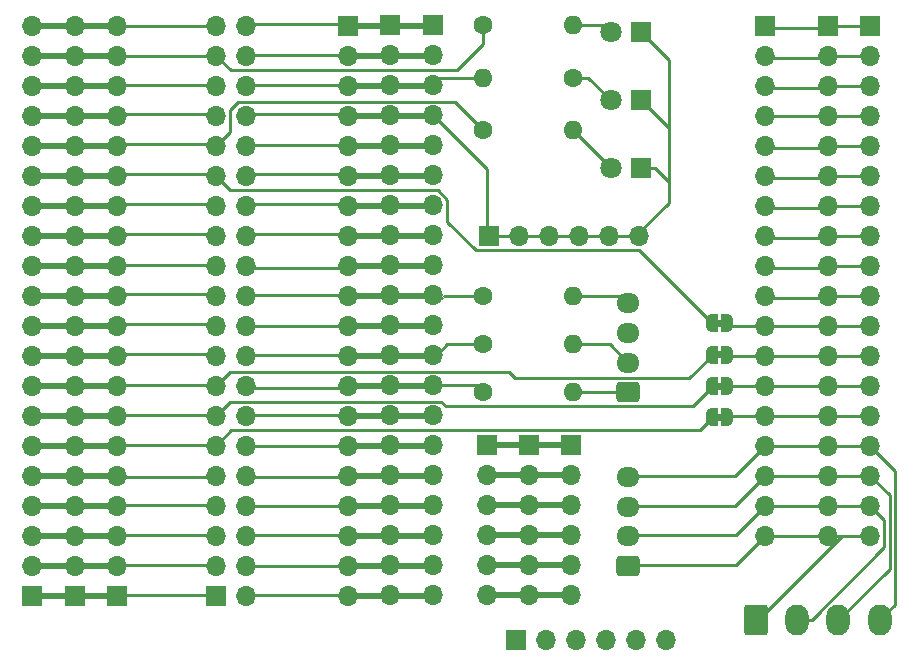
<source format=gbr>
%TF.GenerationSoftware,KiCad,Pcbnew,7.0.5-0*%
%TF.CreationDate,2023-10-01T14:39:09-07:00*%
%TF.ProjectId,FONA_pi,464f4e41-5f70-4692-9e6b-696361645f70,rev?*%
%TF.SameCoordinates,Original*%
%TF.FileFunction,Copper,L1,Top*%
%TF.FilePolarity,Positive*%
%FSLAX46Y46*%
G04 Gerber Fmt 4.6, Leading zero omitted, Abs format (unit mm)*
G04 Created by KiCad (PCBNEW 7.0.5-0) date 2023-10-01 14:39:09*
%MOMM*%
%LPD*%
G01*
G04 APERTURE LIST*
G04 Aperture macros list*
%AMRoundRect*
0 Rectangle with rounded corners*
0 $1 Rounding radius*
0 $2 $3 $4 $5 $6 $7 $8 $9 X,Y pos of 4 corners*
0 Add a 4 corners polygon primitive as box body*
4,1,4,$2,$3,$4,$5,$6,$7,$8,$9,$2,$3,0*
0 Add four circle primitives for the rounded corners*
1,1,$1+$1,$2,$3*
1,1,$1+$1,$4,$5*
1,1,$1+$1,$6,$7*
1,1,$1+$1,$8,$9*
0 Add four rect primitives between the rounded corners*
20,1,$1+$1,$2,$3,$4,$5,0*
20,1,$1+$1,$4,$5,$6,$7,0*
20,1,$1+$1,$6,$7,$8,$9,0*
20,1,$1+$1,$8,$9,$2,$3,0*%
%AMFreePoly0*
4,1,19,0.500000,-0.750000,0.000000,-0.750000,0.000000,-0.744911,-0.071157,-0.744911,-0.207708,-0.704816,-0.327430,-0.627875,-0.420627,-0.520320,-0.479746,-0.390866,-0.500000,-0.250000,-0.500000,0.250000,-0.479746,0.390866,-0.420627,0.520320,-0.327430,0.627875,-0.207708,0.704816,-0.071157,0.744911,0.000000,0.744911,0.000000,0.750000,0.500000,0.750000,0.500000,-0.750000,0.500000,-0.750000,
$1*%
%AMFreePoly1*
4,1,19,0.000000,0.744911,0.071157,0.744911,0.207708,0.704816,0.327430,0.627875,0.420627,0.520320,0.479746,0.390866,0.500000,0.250000,0.500000,-0.250000,0.479746,-0.390866,0.420627,-0.520320,0.327430,-0.627875,0.207708,-0.704816,0.071157,-0.744911,0.000000,-0.744911,0.000000,-0.750000,-0.500000,-0.750000,-0.500000,0.750000,0.000000,0.750000,0.000000,0.744911,0.000000,0.744911,
$1*%
G04 Aperture macros list end*
%TA.AperFunction,ComponentPad*%
%ADD10R,1.700000X1.700000*%
%TD*%
%TA.AperFunction,ComponentPad*%
%ADD11O,1.700000X1.700000*%
%TD*%
%TA.AperFunction,ComponentPad*%
%ADD12C,1.600000*%
%TD*%
%TA.AperFunction,ComponentPad*%
%ADD13O,1.600000X1.600000*%
%TD*%
%TA.AperFunction,SMDPad,CuDef*%
%ADD14FreePoly0,180.000000*%
%TD*%
%TA.AperFunction,SMDPad,CuDef*%
%ADD15FreePoly1,180.000000*%
%TD*%
%TA.AperFunction,ComponentPad*%
%ADD16R,1.800000X1.800000*%
%TD*%
%TA.AperFunction,ComponentPad*%
%ADD17C,1.800000*%
%TD*%
%TA.AperFunction,ComponentPad*%
%ADD18RoundRect,0.250000X0.725000X-0.600000X0.725000X0.600000X-0.725000X0.600000X-0.725000X-0.600000X0*%
%TD*%
%TA.AperFunction,ComponentPad*%
%ADD19O,1.950000X1.700000*%
%TD*%
%TA.AperFunction,ComponentPad*%
%ADD20RoundRect,0.250000X-0.750000X-1.050000X0.750000X-1.050000X0.750000X1.050000X-0.750000X1.050000X0*%
%TD*%
%TA.AperFunction,ComponentPad*%
%ADD21O,2.000000X2.600000*%
%TD*%
%TA.AperFunction,Conductor*%
%ADD22C,0.250000*%
%TD*%
%TA.AperFunction,Conductor*%
%ADD23C,0.508000*%
%TD*%
G04 APERTURE END LIST*
%TA.AperFunction,EtchedComponent*%
%TO.C,JP2*%
G36*
X144359200Y-89064533D02*
G01*
X143859200Y-89064533D01*
X143859200Y-88464533D01*
X144359200Y-88464533D01*
X144359200Y-89064533D01*
G37*
%TD.AperFunction*%
%TA.AperFunction,EtchedComponent*%
%TO.C,G5*%
G36*
X144359200Y-86406000D02*
G01*
X143859200Y-86406000D01*
X143859200Y-85806000D01*
X144359200Y-85806000D01*
X144359200Y-86406000D01*
G37*
%TD.AperFunction*%
%TA.AperFunction,EtchedComponent*%
%TO.C,JP4*%
G36*
X144359200Y-94381600D02*
G01*
X143859200Y-94381600D01*
X143859200Y-93781600D01*
X144359200Y-93781600D01*
X144359200Y-94381600D01*
G37*
%TD.AperFunction*%
%TA.AperFunction,EtchedComponent*%
%TO.C,JP3*%
G36*
X144359200Y-91723066D02*
G01*
X143859200Y-91723066D01*
X143859200Y-91123066D01*
X144359200Y-91123066D01*
X144359200Y-91723066D01*
G37*
%TD.AperFunction*%
%TD*%
D10*
%TO.P,J5,1,Pin_1*%
%TO.N,Net-(J5-Pin_1)*%
X147955000Y-60934600D03*
D11*
%TO.P,J5,2,Pin_2*%
%TO.N,Net-(J5-Pin_2)*%
X147955000Y-63474600D03*
%TO.P,J5,3,Pin_3*%
%TO.N,Net-(J5-Pin_3)*%
X147955000Y-66014600D03*
%TO.P,J5,4,Pin_4*%
%TO.N,Net-(J10-Pin_3)*%
X147955000Y-68554600D03*
%TO.P,J5,5,Pin_5*%
%TO.N,Net-(J5-Pin_5)*%
X147955000Y-71094600D03*
%TO.P,J5,6,Pin_6*%
%TO.N,Net-(J2-Pin_8)*%
X147955000Y-73634600D03*
%TO.P,J5,7,Pin_7*%
%TO.N,Net-(J2-Pin_10)*%
X147955000Y-76174600D03*
%TO.P,J5,8,Pin_8*%
%TO.N,Net-(J5-Pin_8)*%
X147955000Y-78714600D03*
%TO.P,J5,9,Pin_9*%
%TO.N,Net-(J5-Pin_9)*%
X147955000Y-81254600D03*
%TO.P,J5,10,Pin_10*%
%TO.N,Net-(J5-Pin_10)*%
X147955000Y-83794600D03*
%TO.P,J5,11,Pin_11*%
%TO.N,Net-(G5-A)*%
X147955000Y-86334600D03*
%TO.P,J5,12,Pin_12*%
%TO.N,Net-(J5-Pin_12)*%
X147955000Y-88874600D03*
%TO.P,J5,13,Pin_13*%
%TO.N,Net-(J5-Pin_13)*%
X147955000Y-91414600D03*
%TO.P,J5,14,Pin_14*%
%TO.N,Net-(J5-Pin_14)*%
X147955000Y-93954600D03*
%TO.P,J5,15,Pin_15*%
%TO.N,Net-(J18-Pin_4)*%
X147955000Y-96494600D03*
%TO.P,J5,16,Pin_16*%
%TO.N,Net-(J18-Pin_3)*%
X147955000Y-99034600D03*
%TO.P,J5,17,Pin_17*%
%TO.N,Net-(J18-Pin_2)*%
X147955000Y-101574600D03*
%TO.P,J5,18,Pin_18*%
%TO.N,Net-(J18-Pin_1)*%
X147955000Y-104114600D03*
%TD*%
D12*
%TO.P,R1,1*%
%TO.N,Net-(J1-Pin_16)*%
X124104400Y-69773800D03*
D13*
%TO.P,R1,2*%
%TO.N,Net-(D3-A)*%
X131724400Y-69773800D03*
%TD*%
D10*
%TO.P,J13,1,Pin_1*%
%TO.N,Net-(J13-Pin_1)*%
X124383800Y-96418400D03*
D11*
%TO.P,J13,2,Pin_2*%
%TO.N,Net-(J13-Pin_2)*%
X124383800Y-98958400D03*
%TO.P,J13,3,Pin_3*%
%TO.N,Net-(J13-Pin_3)*%
X124383800Y-101498400D03*
%TO.P,J13,4,Pin_4*%
%TO.N,Net-(J13-Pin_4)*%
X124383800Y-104038400D03*
%TO.P,J13,5,Pin_5*%
%TO.N,Net-(J13-Pin_5)*%
X124383800Y-106578400D03*
%TO.P,J13,6,Pin_6*%
%TO.N,Net-(J13-Pin_6)*%
X124383800Y-109118400D03*
%TD*%
D14*
%TO.P,JP2,1,A*%
%TO.N,Net-(J5-Pin_12)*%
X144759200Y-88764533D03*
D15*
%TO.P,JP2,2,B*%
%TO.N,Net-(J1-Pin_8)*%
X143459200Y-88764533D03*
%TD*%
D10*
%TO.P,J6,1,Pin_1*%
%TO.N,Net-(J5-Pin_1)*%
X153286400Y-60960000D03*
D11*
%TO.P,J6,2,Pin_2*%
%TO.N,Net-(J5-Pin_2)*%
X153286400Y-63500000D03*
%TO.P,J6,3,Pin_3*%
%TO.N,Net-(J5-Pin_3)*%
X153286400Y-66040000D03*
%TO.P,J6,4,Pin_4*%
%TO.N,Net-(J10-Pin_3)*%
X153286400Y-68580000D03*
%TO.P,J6,5,Pin_5*%
%TO.N,Net-(J5-Pin_5)*%
X153286400Y-71120000D03*
%TO.P,J6,6,Pin_6*%
%TO.N,Net-(J2-Pin_8)*%
X153286400Y-73660000D03*
%TO.P,J6,7,Pin_7*%
%TO.N,Net-(J2-Pin_10)*%
X153286400Y-76200000D03*
%TO.P,J6,8,Pin_8*%
%TO.N,Net-(J5-Pin_8)*%
X153286400Y-78740000D03*
%TO.P,J6,9,Pin_9*%
%TO.N,Net-(J5-Pin_9)*%
X153286400Y-81280000D03*
%TO.P,J6,10,Pin_10*%
%TO.N,Net-(J5-Pin_10)*%
X153286400Y-83820000D03*
%TO.P,J6,11,Pin_11*%
%TO.N,Net-(G5-A)*%
X153286400Y-86360000D03*
%TO.P,J6,12,Pin_12*%
%TO.N,Net-(J5-Pin_12)*%
X153286400Y-88900000D03*
%TO.P,J6,13,Pin_13*%
%TO.N,Net-(J5-Pin_13)*%
X153286400Y-91440000D03*
%TO.P,J6,14,Pin_14*%
%TO.N,Net-(J5-Pin_14)*%
X153286400Y-93980000D03*
%TO.P,J6,15,Pin_15*%
%TO.N,Net-(J18-Pin_4)*%
X153286400Y-96520000D03*
%TO.P,J6,16,Pin_16*%
%TO.N,Net-(J18-Pin_3)*%
X153286400Y-99060000D03*
%TO.P,J6,17,Pin_17*%
%TO.N,Net-(J18-Pin_2)*%
X153286400Y-101600000D03*
%TO.P,J6,18,Pin_18*%
%TO.N,Net-(J18-Pin_1)*%
X153286400Y-104140000D03*
%TD*%
D12*
%TO.P,R6,1*%
%TO.N,Net-(J2-Pin_16)*%
X124053600Y-91922600D03*
D13*
%TO.P,R6,2*%
%TO.N,Net-(J10-Pin_1)*%
X131673600Y-91922600D03*
%TD*%
D16*
%TO.P,D3,1,K*%
%TO.N,Net-(D1-K)*%
X137439400Y-72948800D03*
D17*
%TO.P,D3,2,A*%
%TO.N,Net-(D3-A)*%
X134899400Y-72948800D03*
%TD*%
D14*
%TO.P,G5,1,A*%
%TO.N,Net-(G5-A)*%
X144759200Y-86106000D03*
D15*
%TO.P,G5,2,B*%
%TO.N,Net-(G5-B)*%
X143459200Y-86106000D03*
%TD*%
D12*
%TO.P,R3,1*%
%TO.N,Net-(J1-Pin_19)*%
X124104400Y-60883800D03*
D13*
%TO.P,R3,2*%
%TO.N,Net-(D1-A)*%
X131724400Y-60883800D03*
%TD*%
D18*
%TO.P,J9,1,Pin_1*%
%TO.N,Net-(J18-Pin_1)*%
X136347200Y-106629200D03*
D19*
%TO.P,J9,2,Pin_2*%
%TO.N,Net-(J18-Pin_2)*%
X136347200Y-104129200D03*
%TO.P,J9,3,Pin_3*%
%TO.N,Net-(J18-Pin_3)*%
X136347200Y-101629200D03*
%TO.P,J9,4,Pin_4*%
%TO.N,Net-(J18-Pin_4)*%
X136347200Y-99129200D03*
%TD*%
D12*
%TO.P,R2,1*%
%TO.N,Net-(D2-A)*%
X131724400Y-65328800D03*
D13*
%TO.P,R2,2*%
%TO.N,Net-(J2-Pin_36)*%
X124104400Y-65328800D03*
%TD*%
D12*
%TO.P,R4,1*%
%TO.N,Net-(J2-Pin_22)*%
X124053600Y-83822600D03*
D13*
%TO.P,R4,2*%
%TO.N,Net-(J10-Pin_4)*%
X131673600Y-83822600D03*
%TD*%
D14*
%TO.P,JP4,1,A*%
%TO.N,Net-(J5-Pin_14)*%
X144759200Y-94081600D03*
D15*
%TO.P,JP4,2,B*%
%TO.N,Net-(J1-Pin_6)*%
X143459200Y-94081600D03*
%TD*%
D10*
%TO.P,J15,1,Pin_1*%
%TO.N,Net-(J13-Pin_1)*%
X131523800Y-96418400D03*
D11*
%TO.P,J15,2,Pin_2*%
%TO.N,Net-(J13-Pin_2)*%
X131523800Y-98958400D03*
%TO.P,J15,3,Pin_3*%
%TO.N,Net-(J13-Pin_3)*%
X131523800Y-101498400D03*
%TO.P,J15,4,Pin_4*%
%TO.N,Net-(J13-Pin_4)*%
X131523800Y-104038400D03*
%TO.P,J15,5,Pin_5*%
%TO.N,Net-(J13-Pin_5)*%
X131523800Y-106578400D03*
%TO.P,J15,6,Pin_6*%
%TO.N,Net-(J13-Pin_6)*%
X131523800Y-109118400D03*
%TD*%
D12*
%TO.P,R5,1*%
%TO.N,Net-(J2-Pin_18)*%
X124053600Y-87872600D03*
D13*
%TO.P,R5,2*%
%TO.N,Net-(J10-Pin_2)*%
X131673600Y-87872600D03*
%TD*%
D10*
%TO.P,J2,1,Pin_1*%
%TO.N,Net-(J1-Pin_1)*%
X101447600Y-109169200D03*
D11*
%TO.P,J2,2,Pin_2*%
%TO.N,Net-(J10-Pin_3)*%
X103987600Y-109169200D03*
%TO.P,J2,3,Pin_3*%
%TO.N,Net-(J1-Pin_2)*%
X101447600Y-106629200D03*
%TO.P,J2,4,Pin_4*%
%TO.N,Net-(J2-Pin_4)*%
X103987600Y-106629200D03*
%TO.P,J2,5,Pin_5*%
%TO.N,Net-(J1-Pin_3)*%
X101447600Y-104089200D03*
%TO.P,J2,6,Pin_6*%
%TO.N,Net-(J2-Pin_6)*%
X103987600Y-104089200D03*
%TO.P,J2,7,Pin_7*%
%TO.N,Net-(J1-Pin_4)*%
X101447600Y-101549200D03*
%TO.P,J2,8,Pin_8*%
%TO.N,Net-(J2-Pin_8)*%
X103987600Y-101549200D03*
%TO.P,J2,9,Pin_9*%
%TO.N,Net-(J1-Pin_5)*%
X101447600Y-99009200D03*
%TO.P,J2,10,Pin_10*%
%TO.N,Net-(J2-Pin_10)*%
X103987600Y-99009200D03*
%TO.P,J2,11,Pin_11*%
%TO.N,Net-(J1-Pin_6)*%
X101447600Y-96469200D03*
%TO.P,J2,12,Pin_12*%
%TO.N,Net-(J2-Pin_12)*%
X103987600Y-96469200D03*
%TO.P,J2,13,Pin_13*%
%TO.N,Net-(J1-Pin_7)*%
X101447600Y-93929200D03*
%TO.P,J2,14,Pin_14*%
%TO.N,Net-(J2-Pin_14)*%
X103987600Y-93929200D03*
%TO.P,J2,15,Pin_15*%
%TO.N,Net-(J1-Pin_8)*%
X101447600Y-91389200D03*
%TO.P,J2,16,Pin_16*%
%TO.N,Net-(J2-Pin_16)*%
X103987600Y-91389200D03*
%TO.P,J2,17,Pin_17*%
%TO.N,Net-(J1-Pin_9)*%
X101447600Y-88849200D03*
%TO.P,J2,18,Pin_18*%
%TO.N,Net-(J2-Pin_18)*%
X103987600Y-88849200D03*
%TO.P,J2,19,Pin_19*%
%TO.N,Net-(J1-Pin_10)*%
X101447600Y-86309200D03*
%TO.P,J2,20,Pin_20*%
%TO.N,Net-(J2-Pin_20)*%
X103987600Y-86309200D03*
%TO.P,J2,21,Pin_21*%
%TO.N,Net-(J1-Pin_11)*%
X101447600Y-83769200D03*
%TO.P,J2,22,Pin_22*%
%TO.N,Net-(J2-Pin_22)*%
X103987600Y-83769200D03*
%TO.P,J2,23,Pin_23*%
%TO.N,Net-(J1-Pin_12)*%
X101447600Y-81229200D03*
%TO.P,J2,24,Pin_24*%
%TO.N,Net-(J2-Pin_24)*%
X103987600Y-81229200D03*
%TO.P,J2,25,Pin_25*%
%TO.N,Net-(J1-Pin_13)*%
X101447600Y-78689200D03*
%TO.P,J2,26,Pin_26*%
%TO.N,Net-(J2-Pin_26)*%
X103987600Y-78689200D03*
%TO.P,J2,27,Pin_27*%
%TO.N,Net-(J1-Pin_14)*%
X101447600Y-76149200D03*
%TO.P,J2,28,Pin_28*%
%TO.N,Net-(J2-Pin_28)*%
X103987600Y-76149200D03*
%TO.P,J2,29,Pin_29*%
%TO.N,Net-(G5-B)*%
X101447600Y-73609200D03*
%TO.P,J2,30,Pin_30*%
%TO.N,Net-(J2-Pin_30)*%
X103987600Y-73609200D03*
%TO.P,J2,31,Pin_31*%
%TO.N,Net-(J1-Pin_16)*%
X101447600Y-71069200D03*
%TO.P,J2,32,Pin_32*%
%TO.N,Net-(J2-Pin_32)*%
X103987600Y-71069200D03*
%TO.P,J2,33,Pin_33*%
%TO.N,Net-(J1-Pin_17)*%
X101447600Y-68529200D03*
%TO.P,J2,34,Pin_34*%
%TO.N,Net-(D1-K)*%
X103987600Y-68529200D03*
%TO.P,J2,35,Pin_35*%
%TO.N,Net-(J1-Pin_18)*%
X101447600Y-65989200D03*
%TO.P,J2,36,Pin_36*%
%TO.N,Net-(J2-Pin_36)*%
X103987600Y-65989200D03*
%TO.P,J2,37,Pin_37*%
%TO.N,Net-(J1-Pin_19)*%
X101447600Y-63449200D03*
%TO.P,J2,38,Pin_38*%
%TO.N,Net-(J2-Pin_38)*%
X103987600Y-63449200D03*
%TO.P,J2,39,Pin_39*%
%TO.N,Net-(J1-Pin_20)*%
X101447600Y-60909200D03*
%TO.P,J2,40,Pin_40*%
%TO.N,Net-(J2-Pin_40)*%
X103987600Y-60909200D03*
%TD*%
D16*
%TO.P,D2,1,K*%
%TO.N,Net-(D1-K)*%
X137444400Y-67233800D03*
D17*
%TO.P,D2,2,A*%
%TO.N,Net-(D2-A)*%
X134904400Y-67233800D03*
%TD*%
D10*
%TO.P,J4,1,Pin_1*%
%TO.N,Net-(J2-Pin_40)*%
X119862600Y-60883800D03*
D11*
%TO.P,J4,2,Pin_2*%
%TO.N,Net-(J2-Pin_38)*%
X119862600Y-63423800D03*
%TO.P,J4,3,Pin_3*%
%TO.N,Net-(J2-Pin_36)*%
X119862600Y-65963800D03*
%TO.P,J4,4,Pin_4*%
%TO.N,Net-(D1-K)*%
X119862600Y-68503800D03*
%TO.P,J4,5,Pin_5*%
%TO.N,Net-(J2-Pin_32)*%
X119862600Y-71043800D03*
%TO.P,J4,6,Pin_6*%
%TO.N,Net-(J2-Pin_30)*%
X119862600Y-73583800D03*
%TO.P,J4,7,Pin_7*%
%TO.N,Net-(J2-Pin_28)*%
X119862600Y-76123800D03*
%TO.P,J4,8,Pin_8*%
%TO.N,Net-(J2-Pin_26)*%
X119862600Y-78663800D03*
%TO.P,J4,9,Pin_9*%
%TO.N,Net-(J2-Pin_24)*%
X119862600Y-81203800D03*
%TO.P,J4,10,Pin_10*%
%TO.N,Net-(J2-Pin_22)*%
X119862600Y-83743800D03*
%TO.P,J4,11,Pin_11*%
%TO.N,Net-(J2-Pin_20)*%
X119862600Y-86283800D03*
%TO.P,J4,12,Pin_12*%
%TO.N,Net-(J2-Pin_18)*%
X119862600Y-88823800D03*
%TO.P,J4,13,Pin_13*%
%TO.N,Net-(J2-Pin_16)*%
X119862600Y-91363800D03*
%TO.P,J4,14,Pin_14*%
%TO.N,Net-(J2-Pin_14)*%
X119862600Y-93903800D03*
%TO.P,J4,15,Pin_15*%
%TO.N,Net-(J2-Pin_12)*%
X119862600Y-96443800D03*
%TO.P,J4,16,Pin_16*%
%TO.N,Net-(J2-Pin_10)*%
X119862600Y-98983800D03*
%TO.P,J4,17,Pin_17*%
%TO.N,Net-(J2-Pin_8)*%
X119862600Y-101523800D03*
%TO.P,J4,18,Pin_18*%
%TO.N,Net-(J2-Pin_6)*%
X119862600Y-104063800D03*
%TO.P,J4,19,Pin_19*%
%TO.N,Net-(J2-Pin_4)*%
X119862600Y-106603800D03*
%TO.P,J4,20,Pin_20*%
%TO.N,Net-(J10-Pin_3)*%
X119862600Y-109143800D03*
%TD*%
D10*
%TO.P,J17,1,Pin_1*%
%TO.N,Net-(J10-Pin_3)*%
X126898400Y-112928400D03*
D11*
%TO.P,J17,2,Pin_2*%
X129438400Y-112928400D03*
%TO.P,J17,3,Pin_3*%
X131978400Y-112928400D03*
%TO.P,J17,4,Pin_4*%
X134518400Y-112928400D03*
%TO.P,J17,5,Pin_5*%
X137058400Y-112928400D03*
%TO.P,J17,6,Pin_6*%
X139598400Y-112928400D03*
%TD*%
D10*
%TO.P,J11,1,Pin_1*%
%TO.N,Net-(J1-Pin_1)*%
X89486800Y-109160000D03*
D11*
%TO.P,J11,2,Pin_2*%
%TO.N,Net-(J1-Pin_2)*%
X89486800Y-106620000D03*
%TO.P,J11,3,Pin_3*%
%TO.N,Net-(J1-Pin_3)*%
X89486800Y-104080000D03*
%TO.P,J11,4,Pin_4*%
%TO.N,Net-(J1-Pin_4)*%
X89486800Y-101540000D03*
%TO.P,J11,5,Pin_5*%
%TO.N,Net-(J1-Pin_5)*%
X89486800Y-99000000D03*
%TO.P,J11,6,Pin_6*%
%TO.N,Net-(J1-Pin_6)*%
X89486800Y-96460000D03*
%TO.P,J11,7,Pin_7*%
%TO.N,Net-(J1-Pin_7)*%
X89486800Y-93920000D03*
%TO.P,J11,8,Pin_8*%
%TO.N,Net-(J1-Pin_8)*%
X89486800Y-91380000D03*
%TO.P,J11,9,Pin_9*%
%TO.N,Net-(J1-Pin_9)*%
X89486800Y-88840000D03*
%TO.P,J11,10,Pin_10*%
%TO.N,Net-(J1-Pin_10)*%
X89486800Y-86300000D03*
%TO.P,J11,11,Pin_11*%
%TO.N,Net-(J1-Pin_11)*%
X89486800Y-83760000D03*
%TO.P,J11,12,Pin_12*%
%TO.N,Net-(J1-Pin_12)*%
X89486800Y-81220000D03*
%TO.P,J11,13,Pin_13*%
%TO.N,Net-(J1-Pin_13)*%
X89486800Y-78680000D03*
%TO.P,J11,14,Pin_14*%
%TO.N,Net-(J1-Pin_14)*%
X89486800Y-76140000D03*
%TO.P,J11,15,Pin_15*%
%TO.N,Net-(G5-B)*%
X89486800Y-73600000D03*
%TO.P,J11,16,Pin_16*%
%TO.N,Net-(J1-Pin_16)*%
X89486800Y-71060000D03*
%TO.P,J11,17,Pin_17*%
%TO.N,Net-(J1-Pin_17)*%
X89486800Y-68520000D03*
%TO.P,J11,18,Pin_18*%
%TO.N,Net-(J1-Pin_18)*%
X89486800Y-65980000D03*
%TO.P,J11,19,Pin_19*%
%TO.N,Net-(J1-Pin_19)*%
X89486800Y-63440000D03*
%TO.P,J11,20,Pin_20*%
%TO.N,Net-(J1-Pin_20)*%
X89486800Y-60900000D03*
%TD*%
D10*
%TO.P,J12,1,Pin_1*%
%TO.N,Net-(J1-Pin_1)*%
X85877400Y-109160000D03*
D11*
%TO.P,J12,2,Pin_2*%
%TO.N,Net-(J1-Pin_2)*%
X85877400Y-106620000D03*
%TO.P,J12,3,Pin_3*%
%TO.N,Net-(J1-Pin_3)*%
X85877400Y-104080000D03*
%TO.P,J12,4,Pin_4*%
%TO.N,Net-(J1-Pin_4)*%
X85877400Y-101540000D03*
%TO.P,J12,5,Pin_5*%
%TO.N,Net-(J1-Pin_5)*%
X85877400Y-99000000D03*
%TO.P,J12,6,Pin_6*%
%TO.N,Net-(J1-Pin_6)*%
X85877400Y-96460000D03*
%TO.P,J12,7,Pin_7*%
%TO.N,Net-(J1-Pin_7)*%
X85877400Y-93920000D03*
%TO.P,J12,8,Pin_8*%
%TO.N,Net-(J1-Pin_8)*%
X85877400Y-91380000D03*
%TO.P,J12,9,Pin_9*%
%TO.N,Net-(J1-Pin_9)*%
X85877400Y-88840000D03*
%TO.P,J12,10,Pin_10*%
%TO.N,Net-(J1-Pin_10)*%
X85877400Y-86300000D03*
%TO.P,J12,11,Pin_11*%
%TO.N,Net-(J1-Pin_11)*%
X85877400Y-83760000D03*
%TO.P,J12,12,Pin_12*%
%TO.N,Net-(J1-Pin_12)*%
X85877400Y-81220000D03*
%TO.P,J12,13,Pin_13*%
%TO.N,Net-(J1-Pin_13)*%
X85877400Y-78680000D03*
%TO.P,J12,14,Pin_14*%
%TO.N,Net-(J1-Pin_14)*%
X85877400Y-76140000D03*
%TO.P,J12,15,Pin_15*%
%TO.N,Net-(G5-B)*%
X85877400Y-73600000D03*
%TO.P,J12,16,Pin_16*%
%TO.N,Net-(J1-Pin_16)*%
X85877400Y-71060000D03*
%TO.P,J12,17,Pin_17*%
%TO.N,Net-(J1-Pin_17)*%
X85877400Y-68520000D03*
%TO.P,J12,18,Pin_18*%
%TO.N,Net-(J1-Pin_18)*%
X85877400Y-65980000D03*
%TO.P,J12,19,Pin_19*%
%TO.N,Net-(J1-Pin_19)*%
X85877400Y-63440000D03*
%TO.P,J12,20,Pin_20*%
%TO.N,Net-(J1-Pin_20)*%
X85877400Y-60900000D03*
%TD*%
D10*
%TO.P,J1,1,Pin_1*%
%TO.N,Net-(J1-Pin_1)*%
X93091000Y-109169200D03*
D11*
%TO.P,J1,2,Pin_2*%
%TO.N,Net-(J1-Pin_2)*%
X93091000Y-106629200D03*
%TO.P,J1,3,Pin_3*%
%TO.N,Net-(J1-Pin_3)*%
X93091000Y-104089200D03*
%TO.P,J1,4,Pin_4*%
%TO.N,Net-(J1-Pin_4)*%
X93091000Y-101549200D03*
%TO.P,J1,5,Pin_5*%
%TO.N,Net-(J1-Pin_5)*%
X93091000Y-99009200D03*
%TO.P,J1,6,Pin_6*%
%TO.N,Net-(J1-Pin_6)*%
X93091000Y-96469200D03*
%TO.P,J1,7,Pin_7*%
%TO.N,Net-(J1-Pin_7)*%
X93091000Y-93929200D03*
%TO.P,J1,8,Pin_8*%
%TO.N,Net-(J1-Pin_8)*%
X93091000Y-91389200D03*
%TO.P,J1,9,Pin_9*%
%TO.N,Net-(J1-Pin_9)*%
X93091000Y-88849200D03*
%TO.P,J1,10,Pin_10*%
%TO.N,Net-(J1-Pin_10)*%
X93091000Y-86309200D03*
%TO.P,J1,11,Pin_11*%
%TO.N,Net-(J1-Pin_11)*%
X93091000Y-83769200D03*
%TO.P,J1,12,Pin_12*%
%TO.N,Net-(J1-Pin_12)*%
X93091000Y-81229200D03*
%TO.P,J1,13,Pin_13*%
%TO.N,Net-(J1-Pin_13)*%
X93091000Y-78689200D03*
%TO.P,J1,14,Pin_14*%
%TO.N,Net-(J1-Pin_14)*%
X93091000Y-76149200D03*
%TO.P,J1,15,Pin_15*%
%TO.N,Net-(G5-B)*%
X93091000Y-73609200D03*
%TO.P,J1,16,Pin_16*%
%TO.N,Net-(J1-Pin_16)*%
X93091000Y-71069200D03*
%TO.P,J1,17,Pin_17*%
%TO.N,Net-(J1-Pin_17)*%
X93091000Y-68529200D03*
%TO.P,J1,18,Pin_18*%
%TO.N,Net-(J1-Pin_18)*%
X93091000Y-65989200D03*
%TO.P,J1,19,Pin_19*%
%TO.N,Net-(J1-Pin_19)*%
X93091000Y-63449200D03*
%TO.P,J1,20,Pin_20*%
%TO.N,Net-(J1-Pin_20)*%
X93091000Y-60909200D03*
%TD*%
D10*
%TO.P,J8,1,Pin_1*%
%TO.N,Net-(J5-Pin_1)*%
X156870400Y-60960000D03*
D11*
%TO.P,J8,2,Pin_2*%
%TO.N,Net-(J5-Pin_2)*%
X156870400Y-63500000D03*
%TO.P,J8,3,Pin_3*%
%TO.N,Net-(J5-Pin_3)*%
X156870400Y-66040000D03*
%TO.P,J8,4,Pin_4*%
%TO.N,Net-(J10-Pin_3)*%
X156870400Y-68580000D03*
%TO.P,J8,5,Pin_5*%
%TO.N,Net-(J5-Pin_5)*%
X156870400Y-71120000D03*
%TO.P,J8,6,Pin_6*%
%TO.N,Net-(J2-Pin_8)*%
X156870400Y-73660000D03*
%TO.P,J8,7,Pin_7*%
%TO.N,Net-(J2-Pin_10)*%
X156870400Y-76200000D03*
%TO.P,J8,8,Pin_8*%
%TO.N,Net-(J5-Pin_8)*%
X156870400Y-78740000D03*
%TO.P,J8,9,Pin_9*%
%TO.N,Net-(J5-Pin_9)*%
X156870400Y-81280000D03*
%TO.P,J8,10,Pin_10*%
%TO.N,Net-(J5-Pin_10)*%
X156870400Y-83820000D03*
%TO.P,J8,11,Pin_11*%
%TO.N,Net-(G5-A)*%
X156870400Y-86360000D03*
%TO.P,J8,12,Pin_12*%
%TO.N,Net-(J5-Pin_12)*%
X156870400Y-88900000D03*
%TO.P,J8,13,Pin_13*%
%TO.N,Net-(J5-Pin_13)*%
X156870400Y-91440000D03*
%TO.P,J8,14,Pin_14*%
%TO.N,Net-(J5-Pin_14)*%
X156870400Y-93980000D03*
%TO.P,J8,15,Pin_15*%
%TO.N,Net-(J18-Pin_4)*%
X156870400Y-96520000D03*
%TO.P,J8,16,Pin_16*%
%TO.N,Net-(J18-Pin_3)*%
X156870400Y-99060000D03*
%TO.P,J8,17,Pin_17*%
%TO.N,Net-(J18-Pin_2)*%
X156870400Y-101600000D03*
%TO.P,J8,18,Pin_18*%
%TO.N,Net-(J18-Pin_1)*%
X156870400Y-104140000D03*
%TD*%
D14*
%TO.P,JP3,1,A*%
%TO.N,Net-(J5-Pin_13)*%
X144759200Y-91423066D03*
D15*
%TO.P,JP3,2,B*%
%TO.N,Net-(J1-Pin_7)*%
X143459200Y-91423066D03*
%TD*%
D18*
%TO.P,J10,1,Pin_1*%
%TO.N,Net-(J10-Pin_1)*%
X136347200Y-91929600D03*
D19*
%TO.P,J10,2,Pin_2*%
%TO.N,Net-(J10-Pin_2)*%
X136347200Y-89429600D03*
%TO.P,J10,3,Pin_3*%
%TO.N,Net-(J10-Pin_3)*%
X136347200Y-86929600D03*
%TO.P,J10,4,Pin_4*%
%TO.N,Net-(J10-Pin_4)*%
X136347200Y-84429600D03*
%TD*%
D10*
%TO.P,J16,1,Pin_1*%
%TO.N,Net-(D1-K)*%
X124561600Y-78689200D03*
D11*
%TO.P,J16,2,Pin_2*%
X127101600Y-78689200D03*
%TO.P,J16,3,Pin_3*%
X129641600Y-78689200D03*
%TO.P,J16,4,Pin_4*%
X132181600Y-78689200D03*
%TO.P,J16,5,Pin_5*%
X134721600Y-78689200D03*
%TO.P,J16,6,Pin_6*%
X137261600Y-78689200D03*
%TD*%
D10*
%TO.P,J3,1,Pin_1*%
%TO.N,Net-(J2-Pin_40)*%
X112649000Y-60960000D03*
D11*
%TO.P,J3,2,Pin_2*%
%TO.N,Net-(J2-Pin_38)*%
X112649000Y-63500000D03*
%TO.P,J3,3,Pin_3*%
%TO.N,Net-(J2-Pin_36)*%
X112649000Y-66040000D03*
%TO.P,J3,4,Pin_4*%
%TO.N,Net-(D1-K)*%
X112649000Y-68580000D03*
%TO.P,J3,5,Pin_5*%
%TO.N,Net-(J2-Pin_32)*%
X112649000Y-71120000D03*
%TO.P,J3,6,Pin_6*%
%TO.N,Net-(J2-Pin_30)*%
X112649000Y-73660000D03*
%TO.P,J3,7,Pin_7*%
%TO.N,Net-(J2-Pin_28)*%
X112649000Y-76200000D03*
%TO.P,J3,8,Pin_8*%
%TO.N,Net-(J2-Pin_26)*%
X112649000Y-78740000D03*
%TO.P,J3,9,Pin_9*%
%TO.N,Net-(J2-Pin_24)*%
X112649000Y-81280000D03*
%TO.P,J3,10,Pin_10*%
%TO.N,Net-(J2-Pin_22)*%
X112649000Y-83820000D03*
%TO.P,J3,11,Pin_11*%
%TO.N,Net-(J2-Pin_20)*%
X112649000Y-86360000D03*
%TO.P,J3,12,Pin_12*%
%TO.N,Net-(J2-Pin_18)*%
X112649000Y-88900000D03*
%TO.P,J3,13,Pin_13*%
%TO.N,Net-(J2-Pin_16)*%
X112649000Y-91440000D03*
%TO.P,J3,14,Pin_14*%
%TO.N,Net-(J2-Pin_14)*%
X112649000Y-93980000D03*
%TO.P,J3,15,Pin_15*%
%TO.N,Net-(J2-Pin_12)*%
X112649000Y-96520000D03*
%TO.P,J3,16,Pin_16*%
%TO.N,Net-(J2-Pin_10)*%
X112649000Y-99060000D03*
%TO.P,J3,17,Pin_17*%
%TO.N,Net-(J2-Pin_8)*%
X112649000Y-101600000D03*
%TO.P,J3,18,Pin_18*%
%TO.N,Net-(J2-Pin_6)*%
X112649000Y-104140000D03*
%TO.P,J3,19,Pin_19*%
%TO.N,Net-(J2-Pin_4)*%
X112649000Y-106680000D03*
%TO.P,J3,20,Pin_20*%
%TO.N,Net-(J10-Pin_3)*%
X112649000Y-109220000D03*
%TD*%
D10*
%TO.P,J7,1,Pin_1*%
%TO.N,Net-(J2-Pin_40)*%
X116230400Y-60883800D03*
D11*
%TO.P,J7,2,Pin_2*%
%TO.N,Net-(J2-Pin_38)*%
X116230400Y-63423800D03*
%TO.P,J7,3,Pin_3*%
%TO.N,Net-(J2-Pin_36)*%
X116230400Y-65963800D03*
%TO.P,J7,4,Pin_4*%
%TO.N,Net-(D1-K)*%
X116230400Y-68503800D03*
%TO.P,J7,5,Pin_5*%
%TO.N,Net-(J2-Pin_32)*%
X116230400Y-71043800D03*
%TO.P,J7,6,Pin_6*%
%TO.N,Net-(J2-Pin_30)*%
X116230400Y-73583800D03*
%TO.P,J7,7,Pin_7*%
%TO.N,Net-(J2-Pin_28)*%
X116230400Y-76123800D03*
%TO.P,J7,8,Pin_8*%
%TO.N,Net-(J2-Pin_26)*%
X116230400Y-78663800D03*
%TO.P,J7,9,Pin_9*%
%TO.N,Net-(J2-Pin_24)*%
X116230400Y-81203800D03*
%TO.P,J7,10,Pin_10*%
%TO.N,Net-(J2-Pin_22)*%
X116230400Y-83743800D03*
%TO.P,J7,11,Pin_11*%
%TO.N,Net-(J2-Pin_20)*%
X116230400Y-86283800D03*
%TO.P,J7,12,Pin_12*%
%TO.N,Net-(J2-Pin_18)*%
X116230400Y-88823800D03*
%TO.P,J7,13,Pin_13*%
%TO.N,Net-(J2-Pin_16)*%
X116230400Y-91363800D03*
%TO.P,J7,14,Pin_14*%
%TO.N,Net-(J2-Pin_14)*%
X116230400Y-93903800D03*
%TO.P,J7,15,Pin_15*%
%TO.N,Net-(J2-Pin_12)*%
X116230400Y-96443800D03*
%TO.P,J7,16,Pin_16*%
%TO.N,Net-(J2-Pin_10)*%
X116230400Y-98983800D03*
%TO.P,J7,17,Pin_17*%
%TO.N,Net-(J2-Pin_8)*%
X116230400Y-101523800D03*
%TO.P,J7,18,Pin_18*%
%TO.N,Net-(J2-Pin_6)*%
X116230400Y-104063800D03*
%TO.P,J7,19,Pin_19*%
%TO.N,Net-(J2-Pin_4)*%
X116230400Y-106603800D03*
%TO.P,J7,20,Pin_20*%
%TO.N,Net-(J10-Pin_3)*%
X116230400Y-109143800D03*
%TD*%
D16*
%TO.P,D1,1,K*%
%TO.N,Net-(D1-K)*%
X137414000Y-61468000D03*
D17*
%TO.P,D1,2,A*%
%TO.N,Net-(D1-A)*%
X134874000Y-61468000D03*
%TD*%
D10*
%TO.P,J14,1,Pin_1*%
%TO.N,Net-(J13-Pin_1)*%
X127967800Y-96418400D03*
D11*
%TO.P,J14,2,Pin_2*%
%TO.N,Net-(J13-Pin_2)*%
X127967800Y-98958400D03*
%TO.P,J14,3,Pin_3*%
%TO.N,Net-(J13-Pin_3)*%
X127967800Y-101498400D03*
%TO.P,J14,4,Pin_4*%
%TO.N,Net-(J13-Pin_4)*%
X127967800Y-104038400D03*
%TO.P,J14,5,Pin_5*%
%TO.N,Net-(J13-Pin_5)*%
X127967800Y-106578400D03*
%TO.P,J14,6,Pin_6*%
%TO.N,Net-(J13-Pin_6)*%
X127967800Y-109118400D03*
%TD*%
D20*
%TO.P,J18,1,Pin_1*%
%TO.N,Net-(J18-Pin_1)*%
X147167600Y-111201200D03*
D21*
%TO.P,J18,2,Pin_2*%
%TO.N,Net-(J18-Pin_2)*%
X150667600Y-111201200D03*
%TO.P,J18,3,Pin_3*%
%TO.N,Net-(J18-Pin_3)*%
X154167600Y-111201200D03*
%TO.P,J18,4,Pin_4*%
%TO.N,Net-(J18-Pin_4)*%
X157667600Y-111201200D03*
%TD*%
D22*
%TO.N,Net-(J18-Pin_2)*%
X158045400Y-105083800D02*
X151928000Y-111201200D01*
X151928000Y-111201200D02*
X150667600Y-111201200D01*
%TO.N,Net-(G5-B)*%
X143459200Y-86106000D02*
X137268200Y-79915000D01*
X137268200Y-79915000D02*
X123437400Y-79915000D01*
X123437400Y-79915000D02*
X121037600Y-77515200D01*
X121037600Y-77515200D02*
X121037600Y-75637099D01*
X121037600Y-75637099D02*
X120240501Y-74840000D01*
X102678400Y-74840000D02*
X101447600Y-73609200D01*
X120240501Y-74840000D02*
X102678400Y-74840000D01*
D23*
%TO.N,Net-(J1-Pin_2)*%
X93091000Y-106629200D02*
X89496000Y-106629200D01*
X89496000Y-106629200D02*
X89486800Y-106620000D01*
D22*
X92811600Y-106594600D02*
X101447600Y-106594600D01*
D23*
X89486800Y-106620000D02*
X85877400Y-106620000D01*
%TO.N,Net-(J1-Pin_1)*%
X89486800Y-109160000D02*
X93081800Y-109160000D01*
X93081800Y-109160000D02*
X93091000Y-109169200D01*
X85877400Y-109160000D02*
X89486800Y-109160000D01*
D22*
X101447600Y-109134600D02*
X92811600Y-109134600D01*
D23*
%TO.N,Net-(J1-Pin_4)*%
X93091000Y-101549200D02*
X89496000Y-101549200D01*
X89496000Y-101549200D02*
X89486800Y-101540000D01*
X85988200Y-101540000D02*
X89486800Y-101540000D01*
D22*
X92811600Y-101514600D02*
X101447600Y-101514600D01*
D23*
%TO.N,Net-(J1-Pin_6)*%
X89496000Y-96469200D02*
X89486800Y-96460000D01*
D22*
X143420020Y-94164400D02*
X142429420Y-95155000D01*
X142429420Y-95155000D02*
X102761800Y-95155000D01*
D23*
X85877400Y-96460000D02*
X89486800Y-96460000D01*
D22*
X92811600Y-96434600D02*
X101447600Y-96434600D01*
D23*
X93091000Y-96469200D02*
X89496000Y-96469200D01*
D22*
X102761800Y-95155000D02*
X101447600Y-96469200D01*
%TO.N,Net-(J1-Pin_8)*%
X141546620Y-90754600D02*
X126812591Y-90754600D01*
X102648000Y-90188800D02*
X101447600Y-91389200D01*
D23*
X93091000Y-91389200D02*
X89496000Y-91389200D01*
D22*
X126812591Y-90754600D02*
X126246791Y-90188800D01*
X92811600Y-91354600D02*
X101447600Y-91354600D01*
D23*
X85877400Y-91380000D02*
X89486800Y-91380000D01*
D22*
X126246791Y-90188800D02*
X102648000Y-90188800D01*
D23*
X89496000Y-91389200D02*
X89486800Y-91380000D01*
D22*
X143420020Y-88881200D02*
X141546620Y-90754600D01*
D23*
%TO.N,Net-(J1-Pin_10)*%
X85877400Y-86300000D02*
X89486800Y-86300000D01*
D22*
X92837000Y-86149600D02*
X101473000Y-86149600D01*
D23*
X89486800Y-86300000D02*
X93081800Y-86300000D01*
X93081800Y-86300000D02*
X93091000Y-86309200D01*
%TO.N,Net-(J1-Pin_12)*%
X85877400Y-81220000D02*
X89486800Y-81220000D01*
D22*
X93065600Y-81203800D02*
X101473000Y-81203800D01*
D23*
X93091000Y-81229200D02*
X89496000Y-81229200D01*
X89496000Y-81229200D02*
X89486800Y-81220000D01*
%TO.N,Net-(J1-Pin_14)*%
X89496000Y-76149200D02*
X89486800Y-76140000D01*
D22*
X101473000Y-75989600D02*
X92837000Y-75989600D01*
D23*
X93091000Y-76149200D02*
X89496000Y-76149200D01*
X85877400Y-76140000D02*
X89486800Y-76140000D01*
D22*
%TO.N,Net-(J1-Pin_16)*%
X102622600Y-68042499D02*
X102622600Y-69894200D01*
D23*
X93091000Y-71069200D02*
X89496000Y-71069200D01*
X89496000Y-71069200D02*
X89486800Y-71060000D01*
D22*
X103336299Y-67328800D02*
X102622600Y-68042499D01*
X102622600Y-69894200D02*
X101447600Y-71069200D01*
D23*
X85877400Y-71060000D02*
X89486800Y-71060000D01*
D22*
X124104400Y-69773800D02*
X121659400Y-67328800D01*
X92837000Y-70909600D02*
X101473000Y-70909600D01*
X121659400Y-67328800D02*
X103336299Y-67328800D01*
D23*
%TO.N,Net-(J1-Pin_18)*%
X85877400Y-65980000D02*
X89486800Y-65980000D01*
X89486800Y-65980000D02*
X93081800Y-65980000D01*
X93081800Y-65980000D02*
X93091000Y-65989200D01*
D22*
X92429519Y-65940400D02*
X100843919Y-65940400D01*
D23*
%TO.N,Net-(J1-Pin_3)*%
X85877400Y-104080000D02*
X89486800Y-104080000D01*
D22*
X101447600Y-104054600D02*
X92811600Y-104054600D01*
D23*
X93081800Y-104080000D02*
X93091000Y-104089200D01*
X89486800Y-104080000D02*
X93081800Y-104080000D01*
%TO.N,Net-(J1-Pin_5)*%
X93091000Y-99009200D02*
X89496000Y-99009200D01*
D22*
X101447600Y-99108800D02*
X92811600Y-99108800D01*
D23*
X89496000Y-99009200D02*
X89486800Y-99000000D01*
X85877400Y-99000000D02*
X89486800Y-99000000D01*
D22*
%TO.N,Net-(J1-Pin_7)*%
X141838220Y-93104600D02*
X120915101Y-93104600D01*
X102648000Y-92728800D02*
X101447600Y-93929200D01*
D23*
X89486800Y-93920000D02*
X85877400Y-93920000D01*
X89486800Y-93920000D02*
X93081800Y-93920000D01*
D22*
X143420020Y-91522800D02*
X141838220Y-93104600D01*
X120539301Y-92728800D02*
X102648000Y-92728800D01*
X101447600Y-93894600D02*
X92811600Y-93894600D01*
D23*
X93081800Y-93920000D02*
X93091000Y-93929200D01*
D22*
X120915101Y-93104600D02*
X120539301Y-92728800D01*
D23*
%TO.N,Net-(J1-Pin_9)*%
X89486800Y-88840000D02*
X93081800Y-88840000D01*
X93081800Y-88840000D02*
X93091000Y-88849200D01*
X89486800Y-88840000D02*
X85877400Y-88840000D01*
D22*
X101473000Y-88689600D02*
X92837000Y-88689600D01*
D23*
%TO.N,Net-(J1-Pin_11)*%
X89496000Y-83769200D02*
X89486800Y-83760000D01*
D22*
X101473000Y-83609600D02*
X92837000Y-83609600D01*
D23*
X93091000Y-83769200D02*
X89496000Y-83769200D01*
X85877400Y-83760000D02*
X89486800Y-83760000D01*
%TO.N,Net-(J1-Pin_13)*%
X89486800Y-78680000D02*
X85877400Y-78680000D01*
X89496000Y-78689200D02*
X89486800Y-78680000D01*
X93091000Y-78689200D02*
X89496000Y-78689200D01*
D22*
X92837000Y-78529600D02*
X101473000Y-78529600D01*
D23*
%TO.N,Net-(J1-Pin_17)*%
X89496000Y-68529200D02*
X89486800Y-68520000D01*
X89486800Y-68520000D02*
X85877400Y-68520000D01*
X93091000Y-68529200D02*
X89496000Y-68529200D01*
D22*
X101473000Y-68369600D02*
X92837000Y-68369600D01*
%TO.N,Net-(J1-Pin_19)*%
X101473000Y-63289600D02*
X101286000Y-63476600D01*
D23*
X89496000Y-63449200D02*
X89486800Y-63440000D01*
D22*
X101286000Y-63476600D02*
X93024000Y-63476600D01*
X124104400Y-62430209D02*
X124104400Y-60883800D01*
D23*
X93091000Y-63449200D02*
X89496000Y-63449200D01*
D22*
X101473000Y-63440000D02*
X102708000Y-64675000D01*
X121859609Y-64675000D02*
X124104400Y-62430209D01*
X102708000Y-64675000D02*
X121859609Y-64675000D01*
D23*
X85877400Y-63440000D02*
X89486800Y-63440000D01*
%TO.N,Net-(J1-Pin_20)*%
X85877400Y-60900000D02*
X89486800Y-60900000D01*
D22*
X89486800Y-60900000D02*
X89496000Y-60909200D01*
X93091000Y-60909200D02*
X101463800Y-60909200D01*
X89486800Y-60900000D02*
X93081800Y-60900000D01*
X93081800Y-60900000D02*
X93091000Y-60909200D01*
D23*
X85877400Y-60900000D02*
X93081800Y-60900000D01*
%TO.N,Net-(J2-Pin_38)*%
X119862600Y-63500000D02*
X116230400Y-63500000D01*
X112649000Y-63500000D02*
X116230400Y-63500000D01*
D22*
X104013000Y-63423800D02*
X112614400Y-63423800D01*
%TO.N,Net-(J2-Pin_30)*%
X104013000Y-73449600D02*
X112649000Y-73449600D01*
D23*
X116230400Y-73660000D02*
X119862600Y-73660000D01*
X116230400Y-73660000D02*
X112649000Y-73660000D01*
D22*
%TO.N,Net-(J2-Pin_28)*%
X112649000Y-75989600D02*
X104013000Y-75989600D01*
D23*
X119862600Y-76200000D02*
X116230400Y-76200000D01*
X112649000Y-76200000D02*
X116230400Y-76200000D01*
%TO.N,Net-(J2-Pin_26)*%
X116230400Y-78740000D02*
X112649000Y-78740000D01*
X119862600Y-78740000D02*
X116230400Y-78740000D01*
D22*
X104013000Y-78529600D02*
X112649000Y-78529600D01*
%TO.N,Net-(J2-Pin_24)*%
X112649000Y-81388800D02*
X104198000Y-81388800D01*
D23*
X119862600Y-81280000D02*
X116230400Y-81280000D01*
X112649000Y-81280000D02*
X116230400Y-81280000D01*
D22*
%TO.N,Net-(J2-Pin_16)*%
X123494800Y-91363800D02*
X124053600Y-91922600D01*
D23*
X112649000Y-91440000D02*
X116230400Y-91440000D01*
D22*
X119862600Y-91363800D02*
X119862600Y-91440000D01*
X119862600Y-91363800D02*
X123494800Y-91363800D01*
D23*
X119862600Y-91440000D02*
X116230400Y-91440000D01*
D22*
X112649000Y-91548800D02*
X104047600Y-91548800D01*
%TO.N,Net-(D1-A)*%
X131724400Y-60883800D02*
X134289800Y-60883800D01*
X134289800Y-60883800D02*
X134874000Y-61468000D01*
%TO.N,Net-(D2-A)*%
X132999400Y-65328800D02*
X134904400Y-67233800D01*
X131724400Y-65328800D02*
X132999400Y-65328800D01*
%TO.N,Net-(D3-A)*%
X134899400Y-72948800D02*
X131724400Y-69773800D01*
%TO.N,Net-(J10-Pin_2)*%
X134790200Y-87872600D02*
X136347200Y-89429600D01*
X131673600Y-87872600D02*
X134790200Y-87872600D01*
%TO.N,Net-(J10-Pin_1)*%
X131673600Y-91922600D02*
X137007600Y-91922600D01*
%TO.N,Net-(J10-Pin_4)*%
X131673600Y-83822600D02*
X136864800Y-83822600D01*
%TO.N,Net-(J18-Pin_1)*%
X154482800Y-104140000D02*
X156870400Y-104140000D01*
X153286400Y-104140000D02*
X156870400Y-104140000D01*
X145509600Y-106560000D02*
X147955000Y-104114600D01*
X147536100Y-111086700D02*
X154482800Y-104140000D01*
X147292500Y-111086700D02*
X147536100Y-111086700D01*
X137160000Y-106560000D02*
X145509600Y-106560000D01*
X153286400Y-104140000D02*
X147980400Y-104140000D01*
%TO.N,Net-(J5-Pin_1)*%
X152600600Y-61112400D02*
X148000600Y-61112400D01*
X153286400Y-60960000D02*
X156870400Y-60960000D01*
%TO.N,Net-(J5-Pin_2)*%
X156870400Y-63500000D02*
X153286400Y-63500000D01*
X148000600Y-63652400D02*
X152600600Y-63652400D01*
%TO.N,Net-(J5-Pin_3)*%
X152600600Y-66192400D02*
X148000600Y-66192400D01*
X153286400Y-66040000D02*
X156870400Y-66040000D01*
%TO.N,Net-(J5-Pin_5)*%
X152600600Y-71272400D02*
X148000600Y-71272400D01*
X153286400Y-71120000D02*
X156870400Y-71120000D01*
%TO.N,Net-(J5-Pin_8)*%
X148000600Y-78892400D02*
X152600600Y-78892400D01*
X153286400Y-78740000D02*
X156870400Y-78740000D01*
%TO.N,Net-(J5-Pin_9)*%
X152600600Y-81432400D02*
X148000600Y-81432400D01*
X156870400Y-81280000D02*
X153286400Y-81280000D01*
%TO.N,Net-(J5-Pin_10)*%
X153286400Y-83820000D02*
X156870400Y-83820000D01*
X148000600Y-83972400D02*
X152600600Y-83972400D01*
%TO.N,Net-(J5-Pin_12)*%
X144515600Y-88874600D02*
X147955000Y-88874600D01*
X147955000Y-88874600D02*
X153261000Y-88874600D01*
X153286400Y-88900000D02*
X156870400Y-88900000D01*
%TO.N,Net-(J5-Pin_13)*%
X145099800Y-91414600D02*
X147955000Y-91414600D01*
X147980400Y-91440000D02*
X147955000Y-91414600D01*
X156870400Y-91440000D02*
X153286400Y-91440000D01*
X153286400Y-91440000D02*
X147980400Y-91440000D01*
%TO.N,Net-(J5-Pin_14)*%
X153286400Y-93980000D02*
X156870400Y-93980000D01*
X147955000Y-93954600D02*
X153261000Y-93954600D01*
X145089400Y-93954600D02*
X147955000Y-93954600D01*
D23*
%TO.N,Net-(J2-Pin_14)*%
X112649000Y-93980000D02*
X116230400Y-93980000D01*
X116230400Y-93980000D02*
X119862600Y-93980000D01*
D22*
X103987600Y-93894600D02*
X112623600Y-93894600D01*
D23*
%TO.N,Net-(J2-Pin_40)*%
X119862600Y-60960000D02*
X116230400Y-60960000D01*
X112649000Y-60960000D02*
X116230400Y-60960000D01*
D22*
X104013000Y-60749600D02*
X112538200Y-60749600D01*
D23*
%TO.N,Net-(J2-Pin_36)*%
X119862600Y-66040000D02*
X116230400Y-66040000D01*
X112649000Y-66040000D02*
X116230400Y-66040000D01*
D22*
X112674400Y-65965800D02*
X104149200Y-65965800D01*
X120497600Y-65328800D02*
X124104400Y-65328800D01*
X119862600Y-65963800D02*
X120497600Y-65328800D01*
D23*
%TO.N,Net-(J2-Pin_32)*%
X119862600Y-71120000D02*
X116230400Y-71120000D01*
D22*
X112674400Y-71045800D02*
X104149200Y-71045800D01*
D23*
X112649000Y-71120000D02*
X116230400Y-71120000D01*
D22*
%TO.N,Net-(J2-Pin_20)*%
X112674400Y-86343800D02*
X104073000Y-86343800D01*
D23*
X116230400Y-86360000D02*
X119862600Y-86360000D01*
X112649000Y-86360000D02*
X116230400Y-86360000D01*
D22*
X104073000Y-86343800D02*
X104013000Y-86283800D01*
D23*
%TO.N,Net-(J2-Pin_18)*%
X116230400Y-88900000D02*
X119862600Y-88900000D01*
D22*
X124053600Y-87872600D02*
X121024200Y-87872600D01*
X121024200Y-87872600D02*
X119888000Y-89008800D01*
X104013000Y-88823800D02*
X112614400Y-88823800D01*
D23*
X112649000Y-88900000D02*
X116230400Y-88900000D01*
D22*
%TO.N,Net-(J2-Pin_22)*%
X104013000Y-83743800D02*
X112614400Y-83743800D01*
X120749000Y-83822600D02*
X124053600Y-83822600D01*
X120555600Y-83928800D02*
X120599200Y-83972400D01*
D23*
X112649000Y-83820000D02*
X116230400Y-83820000D01*
X116230400Y-83820000D02*
X119862600Y-83820000D01*
%TO.N,Net-(J13-Pin_2)*%
X124383800Y-98958400D02*
X127967800Y-98958400D01*
X131523800Y-98958400D02*
X127967800Y-98958400D01*
%TO.N,Net-(J13-Pin_3)*%
X124383800Y-101498400D02*
X127967800Y-101498400D01*
X127967800Y-101498400D02*
X131523800Y-101498400D01*
%TO.N,Net-(J13-Pin_4)*%
X131523800Y-104038400D02*
X127967800Y-104038400D01*
X124383800Y-104038400D02*
X127967800Y-104038400D01*
%TO.N,Net-(J13-Pin_5)*%
X124383800Y-106578400D02*
X127967800Y-106578400D01*
X131523800Y-106578400D02*
X127967800Y-106578400D01*
%TO.N,Net-(J13-Pin_6)*%
X131523800Y-109118400D02*
X127967800Y-109118400D01*
X124383800Y-109118400D02*
X127967800Y-109118400D01*
D22*
%TO.N,Net-(J2-Pin_12)*%
X104013000Y-96460000D02*
X112589000Y-96460000D01*
D23*
X119862600Y-96520000D02*
X116230400Y-96520000D01*
X116230400Y-96520000D02*
X112649000Y-96520000D01*
D22*
X112589000Y-96460000D02*
X112649000Y-96520000D01*
%TO.N,Net-(J2-Pin_10)*%
X152600600Y-76352400D02*
X148000600Y-76352400D01*
D23*
X112649000Y-99060000D02*
X116230400Y-99060000D01*
D22*
X156870400Y-76200000D02*
X153286400Y-76200000D01*
D23*
X116230400Y-99060000D02*
X119862600Y-99060000D01*
D22*
X103987600Y-99108800D02*
X112589000Y-99108800D01*
%TO.N,Net-(J2-Pin_8)*%
X148000600Y-73812400D02*
X152600600Y-73812400D01*
X104013000Y-101540000D02*
X112589000Y-101540000D01*
X112589000Y-101540000D02*
X112649000Y-101600000D01*
D23*
X119862600Y-101600000D02*
X116230400Y-101600000D01*
X112649000Y-101600000D02*
X116230400Y-101600000D01*
D22*
X153286400Y-73660000D02*
X156870400Y-73660000D01*
D23*
%TO.N,Net-(J2-Pin_6)*%
X116230400Y-104140000D02*
X119862600Y-104140000D01*
D22*
X103987600Y-104054600D02*
X112623600Y-104054600D01*
D23*
X112649000Y-104140000D02*
X116230400Y-104140000D01*
%TO.N,Net-(J2-Pin_4)*%
X119862600Y-106680000D02*
X116230400Y-106680000D01*
X112649000Y-106680000D02*
X113207800Y-106680000D01*
X113258600Y-106629200D02*
X113309400Y-106680000D01*
X113207800Y-106680000D02*
X113258600Y-106629200D01*
D22*
X104013000Y-106620000D02*
X112589000Y-106620000D01*
X112589000Y-106620000D02*
X112649000Y-106680000D01*
D23*
X113309400Y-106680000D02*
X116230400Y-106680000D01*
D22*
%TO.N,Net-(J18-Pin_4)*%
X156870400Y-96520000D02*
X153286400Y-96520000D01*
X158945400Y-109933800D02*
X158945400Y-98595000D01*
X158945400Y-98595000D02*
X156870400Y-96520000D01*
X137160000Y-99060000D02*
X145389600Y-99060000D01*
X145389600Y-99060000D02*
X147955000Y-96494600D01*
X147955000Y-96494600D02*
X153261000Y-96494600D01*
X157792500Y-111086700D02*
X158945400Y-109933800D01*
%TO.N,Net-(J18-Pin_3)*%
X154292500Y-111086700D02*
X158495400Y-106883800D01*
X158495400Y-100685000D02*
X156870400Y-99060000D01*
X158495400Y-106883800D02*
X158495400Y-100685000D01*
X153286400Y-99060000D02*
X156870400Y-99060000D01*
X145429600Y-101560000D02*
X147955000Y-99034600D01*
X147955000Y-99034600D02*
X153261000Y-99034600D01*
X137160000Y-101560000D02*
X145429600Y-101560000D01*
%TO.N,Net-(J18-Pin_2)*%
X153286400Y-101600000D02*
X147980400Y-101600000D01*
X158045400Y-105083800D02*
X158045400Y-102775000D01*
X156870400Y-101600000D02*
X153286400Y-101600000D01*
X147955000Y-101574600D02*
X145469600Y-104060000D01*
X158045400Y-102775000D02*
X156870400Y-101600000D01*
X145469600Y-104060000D02*
X137160000Y-104060000D01*
D23*
%TO.N,Net-(J10-Pin_3)*%
X116230400Y-109220000D02*
X112649000Y-109220000D01*
X119862600Y-109220000D02*
X116230400Y-109220000D01*
D22*
X153261000Y-68554600D02*
X153286400Y-68580000D01*
X119862600Y-109143800D02*
X119862600Y-109220000D01*
X147955000Y-68554600D02*
X153261000Y-68554600D01*
X156870400Y-68580000D02*
X153286400Y-68580000D01*
X103987600Y-109134600D02*
X112623600Y-109134600D01*
D23*
%TO.N,Net-(J13-Pin_1)*%
X127967800Y-96418400D02*
X124383800Y-96418400D01*
X131523800Y-96418400D02*
X127967800Y-96418400D01*
D22*
%TO.N,Net-(D1-K)*%
X132181600Y-78689200D02*
X134721600Y-78689200D01*
X124561600Y-78689200D02*
X127101600Y-78689200D01*
X139776200Y-75920600D02*
X137134600Y-78562200D01*
X127101600Y-78689200D02*
X129641600Y-78689200D01*
X138607800Y-72948800D02*
X139776200Y-74117200D01*
X104013000Y-68369600D02*
X112538200Y-68369600D01*
X139776200Y-63830200D02*
X139776200Y-69596000D01*
X139776200Y-74117200D02*
X139776200Y-69596000D01*
X137444400Y-67233800D02*
X139776200Y-69565600D01*
X137439400Y-72948800D02*
X138607800Y-72948800D01*
X139776200Y-74117200D02*
X139776200Y-75920600D01*
D23*
X112649000Y-68580000D02*
X116230400Y-68580000D01*
D22*
X119862600Y-68503800D02*
X124434600Y-73075800D01*
D23*
X119862600Y-68580000D02*
X116230400Y-68580000D01*
D22*
X124434600Y-73075800D02*
X124434600Y-78562200D01*
X137414000Y-61468000D02*
X139776200Y-63830200D01*
X129641600Y-78689200D02*
X132181600Y-78689200D01*
X134721600Y-78689200D02*
X137261600Y-78689200D01*
X139776200Y-69565600D02*
X139776200Y-69596000D01*
%TO.N,Net-(G5-A)*%
X153286400Y-86360000D02*
X147980400Y-86360000D01*
X156870400Y-86360000D02*
X153286400Y-86360000D01*
X147980400Y-86360000D02*
X147955000Y-86334600D01*
X144896600Y-86334600D02*
X147955000Y-86334600D01*
D23*
%TO.N,Net-(G5-B)*%
X89486800Y-73600000D02*
X93081800Y-73600000D01*
X93081800Y-73600000D02*
X93091000Y-73609200D01*
X89486800Y-73600000D02*
X85877400Y-73600000D01*
D22*
X101473000Y-73449600D02*
X92837000Y-73449600D01*
%TD*%
M02*

</source>
